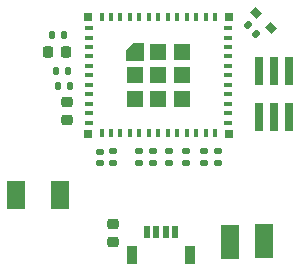
<source format=gbr>
%TF.GenerationSoftware,KiCad,Pcbnew,8.0.3*%
%TF.CreationDate,2025-07-02T10:16:16+03:00*%
%TF.ProjectId,LeafSensorPico,4c656166-5365-46e7-936f-725069636f2e,rev?*%
%TF.SameCoordinates,Original*%
%TF.FileFunction,Paste,Top*%
%TF.FilePolarity,Positive*%
%FSLAX46Y46*%
G04 Gerber Fmt 4.6, Leading zero omitted, Abs format (unit mm)*
G04 Created by KiCad (PCBNEW 8.0.3) date 2025-07-02 10:16:16*
%MOMM*%
%LPD*%
G01*
G04 APERTURE LIST*
G04 Aperture macros list*
%AMRoundRect*
0 Rectangle with rounded corners*
0 $1 Rounding radius*
0 $2 $3 $4 $5 $6 $7 $8 $9 X,Y pos of 4 corners*
0 Add a 4 corners polygon primitive as box body*
4,1,4,$2,$3,$4,$5,$6,$7,$8,$9,$2,$3,0*
0 Add four circle primitives for the rounded corners*
1,1,$1+$1,$2,$3*
1,1,$1+$1,$4,$5*
1,1,$1+$1,$6,$7*
1,1,$1+$1,$8,$9*
0 Add four rect primitives between the rounded corners*
20,1,$1+$1,$2,$3,$4,$5,0*
20,1,$1+$1,$4,$5,$6,$7,0*
20,1,$1+$1,$6,$7,$8,$9,0*
20,1,$1+$1,$8,$9,$2,$3,0*%
%AMRotRect*
0 Rectangle, with rotation*
0 The origin of the aperture is its center*
0 $1 length*
0 $2 width*
0 $3 Rotation angle, in degrees counterclockwise*
0 Add horizontal line*
21,1,$1,$2,0,0,$3*%
%AMFreePoly0*
4,1,6,0.725000,-0.725000,-0.725000,-0.725000,-0.725000,0.125000,-0.125000,0.725000,0.725000,0.725000,0.725000,-0.725000,0.725000,-0.725000,$1*%
G04 Aperture macros list end*
%ADD10R,1.500000X3.000000*%
%ADD11RoundRect,0.135000X-0.135000X-0.185000X0.135000X-0.185000X0.135000X0.185000X-0.135000X0.185000X0*%
%ADD12RoundRect,0.135000X0.185000X-0.135000X0.185000X0.135000X-0.185000X0.135000X-0.185000X-0.135000X0*%
%ADD13RoundRect,0.225000X0.225000X0.250000X-0.225000X0.250000X-0.225000X-0.250000X0.225000X-0.250000X0*%
%ADD14RoundRect,0.225000X-0.250000X0.225000X-0.250000X-0.225000X0.250000X-0.225000X0.250000X0.225000X0*%
%ADD15RoundRect,0.140000X-0.170000X0.140000X-0.170000X-0.140000X0.170000X-0.140000X0.170000X0.140000X0*%
%ADD16RoundRect,0.140000X0.140000X0.170000X-0.140000X0.170000X-0.140000X-0.170000X0.140000X-0.170000X0*%
%ADD17RoundRect,0.135000X-0.226274X-0.035355X-0.035355X-0.226274X0.226274X0.035355X0.035355X0.226274X0*%
%ADD18R,0.500000X1.000000*%
%ADD19R,0.900000X1.600000*%
%ADD20R,1.510000X2.380000*%
%ADD21RotRect,0.800000X0.700000X315.000000*%
%ADD22R,0.800000X0.400000*%
%ADD23R,0.400000X0.800000*%
%ADD24FreePoly0,0.000000*%
%ADD25R,1.450000X1.450000*%
%ADD26R,0.700000X0.700000*%
%ADD27R,0.740000X2.400000*%
G04 APERTURE END LIST*
D10*
%TO.C,P2*%
X153314400Y-98729800D03*
%TD*%
%TO.C,P1*%
X150465600Y-98790600D03*
%TD*%
D11*
%TO.C,R7*%
X135708200Y-84328000D03*
X136728200Y-84328000D03*
%TD*%
D12*
%TO.C,R4*%
X145262600Y-92102400D03*
X145262600Y-91082400D03*
%TD*%
%TO.C,R6*%
X148234400Y-92127800D03*
X148234400Y-91107800D03*
%TD*%
%TO.C,R8*%
X149428200Y-92102400D03*
X149428200Y-91082400D03*
%TD*%
D13*
%TO.C,C5*%
X136550400Y-82753200D03*
X135000400Y-82753200D03*
%TD*%
D14*
%TO.C,C8*%
X140563600Y-98832000D03*
X140563600Y-97282000D03*
%TD*%
D15*
%TO.C,C1*%
X139395200Y-91165800D03*
X139395200Y-92125800D03*
%TD*%
D16*
%TO.C,C4*%
X136344600Y-81330800D03*
X135384600Y-81330800D03*
%TD*%
D12*
%TO.C,R5*%
X146710400Y-92127800D03*
X146710400Y-91107800D03*
%TD*%
D17*
%TO.C,R9*%
X151958152Y-80457152D03*
X152679400Y-81178400D03*
%TD*%
D18*
%TO.C,CN3*%
X143397200Y-98006500D03*
X144197200Y-98006500D03*
X144997200Y-98006500D03*
X145797200Y-98006500D03*
D19*
X147047200Y-99926500D03*
X142147200Y-99926500D03*
%TD*%
D14*
%TO.C,C3*%
X136652000Y-86931200D03*
X136652000Y-88481200D03*
%TD*%
D11*
%TO.C,R2*%
X135839200Y-85623400D03*
X136859200Y-85623400D03*
%TD*%
D12*
%TO.C,R11*%
X142773400Y-92129800D03*
X142773400Y-91109800D03*
%TD*%
%TO.C,R3*%
X143891000Y-92127800D03*
X143891000Y-91107800D03*
%TD*%
D15*
%TO.C,C2*%
X140563600Y-91140400D03*
X140563600Y-92100400D03*
%TD*%
D20*
%TO.C,C9*%
X136048200Y-94869000D03*
X132328200Y-94869000D03*
%TD*%
D21*
%TO.C,LED1*%
X152600408Y-79397608D03*
X153873200Y-80670400D03*
%TD*%
D22*
%TO.C,U3*%
X138467200Y-80706000D03*
X138467200Y-81506000D03*
X138467200Y-82306000D03*
X138467200Y-83106000D03*
X138467200Y-83906000D03*
X138467200Y-84706000D03*
X138467200Y-85506000D03*
X138467200Y-86306000D03*
X138467200Y-87106000D03*
X138467200Y-87906000D03*
X138467200Y-88706000D03*
D23*
X139567200Y-89606000D03*
X140367200Y-89606000D03*
X141167200Y-89606000D03*
X141967200Y-89606000D03*
X142767200Y-89606000D03*
X143567200Y-89606000D03*
X144367200Y-89606000D03*
X145167200Y-89606000D03*
X145967200Y-89606000D03*
X146767200Y-89606000D03*
X147567200Y-89606000D03*
X148367200Y-89606000D03*
X149167200Y-89606000D03*
D22*
X150267200Y-88706000D03*
X150267200Y-87906000D03*
X150267200Y-87106000D03*
X150267200Y-86306000D03*
X150267200Y-85506000D03*
X150267200Y-84706000D03*
X150267200Y-83906000D03*
X150267200Y-83106000D03*
X150267200Y-82306000D03*
X150267200Y-81506000D03*
X150267200Y-80706000D03*
D23*
X149167200Y-79806000D03*
X148367200Y-79806000D03*
X147567200Y-79806000D03*
X146767200Y-79806000D03*
X145967200Y-79806000D03*
X145167200Y-79806000D03*
X144367200Y-79806000D03*
X143567200Y-79806000D03*
X142767200Y-79806000D03*
X141967200Y-79806000D03*
X141167200Y-79806000D03*
X140367200Y-79806000D03*
X139567200Y-79806000D03*
D24*
X142392200Y-82731000D03*
D25*
X142392200Y-84706000D03*
X142392200Y-86681000D03*
X144367200Y-82731000D03*
X144367200Y-84706000D03*
X144367200Y-86681000D03*
X146342200Y-82731000D03*
X146342200Y-84706000D03*
X146342200Y-86681000D03*
D26*
X150317200Y-79756000D03*
X150317200Y-89656000D03*
X138417200Y-89656000D03*
X138417200Y-79756000D03*
%TD*%
D27*
%TO.C,J1*%
X155397200Y-84353400D03*
X155397200Y-88253400D03*
X154127200Y-84353400D03*
X154127200Y-88253400D03*
X152857200Y-84353400D03*
X152857200Y-88253400D03*
%TD*%
M02*

</source>
